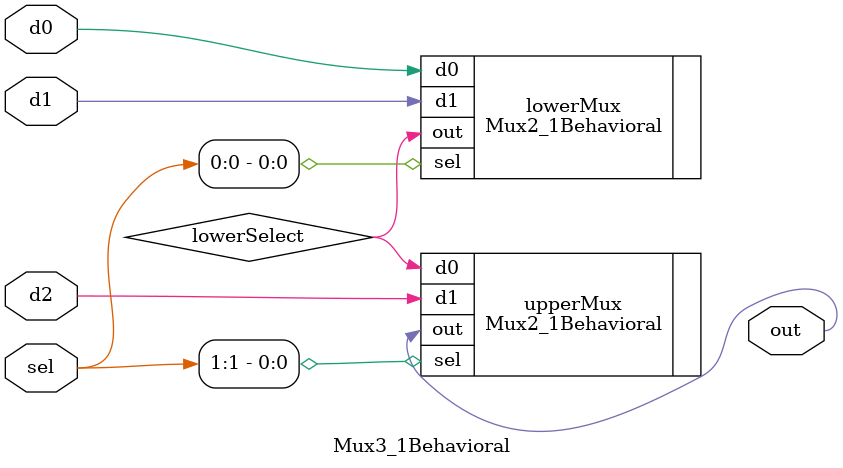
<source format=v>



module Mux3_1Behavioral( d0, d1, d2, sel, out);

	input d0, d1, d2;
	input [1:0] sel;
	
	output wire out;
	
	wire lowerSelect;
	
	Mux2_1Behavioral lowerMux(.d0(d0), .d1(d1), .sel(sel[0]), .out(lowerSelect));
	Mux2_1Behavioral upperMux(.d0(lowerSelect), .d1(d2), .sel(sel[1]), .out(out));
	
endmodule
	
	
</source>
